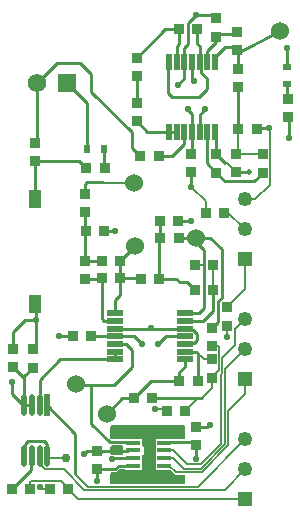
<source format=gbr>
%TF.GenerationSoftware,KiCad,Pcbnew,7.0.7*%
%TF.CreationDate,2023-10-04T23:23:25-04:00*%
%TF.ProjectId,AcousticsSingleChannel,41636f75-7374-4696-9373-53696e676c65,rev?*%
%TF.SameCoordinates,Original*%
%TF.FileFunction,Copper,L1,Top*%
%TF.FilePolarity,Positive*%
%FSLAX46Y46*%
G04 Gerber Fmt 4.6, Leading zero omitted, Abs format (unit mm)*
G04 Created by KiCad (PCBNEW 7.0.7) date 2023-10-04 23:23:25*
%MOMM*%
%LPD*%
G01*
G04 APERTURE LIST*
G04 Aperture macros list*
%AMRoundRect*
0 Rectangle with rounded corners*
0 $1 Rounding radius*
0 $2 $3 $4 $5 $6 $7 $8 $9 X,Y pos of 4 corners*
0 Add a 4 corners polygon primitive as box body*
4,1,4,$2,$3,$4,$5,$6,$7,$8,$9,$2,$3,0*
0 Add four circle primitives for the rounded corners*
1,1,$1+$1,$2,$3*
1,1,$1+$1,$4,$5*
1,1,$1+$1,$6,$7*
1,1,$1+$1,$8,$9*
0 Add four rect primitives between the rounded corners*
20,1,$1+$1,$2,$3,$4,$5,0*
20,1,$1+$1,$4,$5,$6,$7,0*
20,1,$1+$1,$6,$7,$8,$9,0*
20,1,$1+$1,$8,$9,$2,$3,0*%
G04 Aperture macros list end*
%TA.AperFunction,SMDPad,CuDef*%
%ADD10RoundRect,0.049500X0.175500X0.650500X-0.175500X0.650500X-0.175500X-0.650500X0.175500X-0.650500X0*%
%TD*%
%TA.AperFunction,SMDPad,CuDef*%
%ADD11RoundRect,0.049500X0.650500X-0.175500X0.650500X0.175500X-0.650500X0.175500X-0.650500X-0.175500X0*%
%TD*%
%TA.AperFunction,SMDPad,CuDef*%
%ADD12R,0.850000X0.850000*%
%TD*%
%TA.AperFunction,ComponentPad*%
%ADD13C,1.524000*%
%TD*%
%TA.AperFunction,SMDPad,CuDef*%
%ADD14R,0.600000X0.800000*%
%TD*%
%TA.AperFunction,SMDPad,CuDef*%
%ADD15R,1.220000X0.400000*%
%TD*%
%TA.AperFunction,ComponentPad*%
%ADD16R,1.250000X1.250000*%
%TD*%
%TA.AperFunction,ComponentPad*%
%ADD17C,1.250000*%
%TD*%
%TA.AperFunction,SMDPad,CuDef*%
%ADD18R,1.100000X1.500000*%
%TD*%
%TA.AperFunction,SMDPad,CuDef*%
%ADD19R,0.494930X1.840420*%
%TD*%
%TA.AperFunction,SMDPad,CuDef*%
%ADD20RoundRect,0.247465X0.000000X0.672745X0.000000X-0.672745X0.000000X-0.672745X0.000000X0.672745X0*%
%TD*%
%TA.AperFunction,SMDPad,CuDef*%
%ADD21R,0.800000X0.600000*%
%TD*%
%TA.AperFunction,ComponentPad*%
%ADD22R,1.570000X1.570000*%
%TD*%
%TA.AperFunction,ComponentPad*%
%ADD23C,1.570000*%
%TD*%
%TA.AperFunction,ViaPad*%
%ADD24C,0.550000*%
%TD*%
%TA.AperFunction,ViaPad*%
%ADD25C,0.762000*%
%TD*%
%TA.AperFunction,ViaPad*%
%ADD26C,0.508000*%
%TD*%
%TA.AperFunction,Conductor*%
%ADD27C,0.127000*%
%TD*%
%TA.AperFunction,Conductor*%
%ADD28C,0.254000*%
%TD*%
G04 APERTURE END LIST*
D10*
%TO.P,U1,1,OUT_A*%
%TO.N,/BufferBiasAmp/BUF_OUT*%
X150077490Y-89603575D03*
%TO.P,U1,2,IN_A-*%
X150727490Y-89603575D03*
%TO.P,U1,3,IN_A+*%
%TO.N,Net-(U1A-IN_A+)*%
X151377490Y-89603575D03*
%TO.P,U1,4,V+*%
%TO.N,VCC*%
X152027490Y-89603575D03*
%TO.P,U1,5,IN_B+*%
%TO.N,AGND*%
X152677490Y-89603575D03*
%TO.P,U1,6,IN_B-*%
%TO.N,Net-(U1B-IN_B-)*%
X153327490Y-89603575D03*
%TO.P,U1,7,OUT_B*%
%TO.N,/Band Pass Filter/F1_Out*%
X153977490Y-89603575D03*
%TO.P,U1,8,OUT_C*%
%TO.N,/BufferBiasAmp/BBA_OUT*%
X153977490Y-83703575D03*
%TO.P,U1,9,IN_C-*%
%TO.N,Net-(U1C-IN_C-)*%
X153327490Y-83703575D03*
%TO.P,U1,10,IN_C+*%
%TO.N,/BufferBiasAmp/BBAmp_IN*%
X152677490Y-83703575D03*
%TO.P,U1,11,V-*%
%TO.N,GND*%
X152027490Y-83703575D03*
%TO.P,U1,12,IN_D+*%
%TO.N,AGND*%
X151377490Y-83703575D03*
%TO.P,U1,13,IN_D-*%
%TO.N,Net-(U1D-IN_D-)*%
X150727490Y-83703575D03*
%TO.P,U1,14,OUT_D*%
%TO.N,/BufferBiasAmp/BBAmp_IN*%
X150077490Y-83703575D03*
%TD*%
D11*
%TO.P,U2,1,OUT_A*%
%TO.N,/Band Pass Filter/F2_Out*%
X145486310Y-104943845D03*
%TO.P,U2,2,IN_A-*%
%TO.N,Net-(U2A-IN_A-)*%
X145486310Y-105593845D03*
%TO.P,U2,3,IN_A+*%
%TO.N,AGND*%
X145486310Y-106243845D03*
%TO.P,U2,4,V+*%
%TO.N,VCC*%
X145486310Y-106893845D03*
%TO.P,U2,5,IN_B+*%
%TO.N,/OutputAmplifier/Amp_Out*%
X145486310Y-107543845D03*
%TO.P,U2,6,IN_B-*%
%TO.N,/Sig_Out*%
X145486310Y-108193845D03*
%TO.P,U2,7,OUT_B*%
X145486310Y-108843845D03*
%TO.P,U2,8,OUT_C*%
%TO.N,/Band Pass Filter/BPF_OUT*%
X151386310Y-108843845D03*
%TO.P,U2,9,IN_C-*%
%TO.N,Net-(U2C-IN_C-)*%
X151386310Y-108193845D03*
%TO.P,U2,10,IN_C+*%
%TO.N,AGND*%
X151386310Y-107543845D03*
%TO.P,U2,11,V-*%
%TO.N,GND*%
X151386310Y-106893845D03*
%TO.P,U2,12,IN_D+*%
%TO.N,AGND*%
X151386310Y-106243845D03*
%TO.P,U2,13,IN_D-*%
%TO.N,Net-(U2D-IN_D-)*%
X151386310Y-105593845D03*
%TO.P,U2,14,OUT_D*%
%TO.N,/Band Pass Filter/F3_Out*%
X151386310Y-104943845D03*
%TD*%
D12*
%TO.P,R7,1,1*%
%TO.N,Net-(U2A-IN_A-)*%
X144410870Y-102000635D03*
%TO.P,R7,2,2*%
%TO.N,/Band Pass Filter/F2_Out*%
X145960870Y-102000635D03*
%TD*%
D13*
%TO.P,,7*%
%TO.N,/Band Pass Filter/F1_Out*%
X147104060Y-93902005D03*
%TD*%
D12*
%TO.P,C13,1,1*%
%TO.N,VCC*%
X136861850Y-107967815D03*
%TO.P,C13,2,2*%
%TO.N,GND*%
X136861850Y-109517815D03*
%TD*%
%TO.P,R5,1,1*%
%TO.N,/BufferBiasAmp/BBA_IN*%
X138763400Y-90530635D03*
%TO.P,R5,2,2*%
%TO.N,Net-(R21-Pad2)*%
X138763400Y-92080635D03*
%TD*%
%TO.P,R13,1,1*%
%TO.N,Net-(U2C-IN_C-)*%
X152494670Y-110704375D03*
%TO.P,R13,2,2*%
%TO.N,/Band Pass Filter/BPF_OUT*%
X150944670Y-110704375D03*
%TD*%
D14*
%TO.P,D2,1,C*%
%TO.N,GND*%
X143143250Y-91021295D03*
%TO.P,D2,2,A*%
%TO.N,Net-(D2-A)*%
X144593250Y-91021295D03*
%TD*%
D12*
%TO.P,R15,1,1*%
%TO.N,/Band Pass Filter/F3_Out*%
X153708060Y-106195005D03*
%TO.P,R15,2,2*%
%TO.N,/Band Pass Filter/F4_In*%
X153708060Y-107745005D03*
%TD*%
%TO.P,C17,1,1*%
%TO.N,GND*%
X141946670Y-106890185D03*
%TO.P,C17,2,2*%
%TO.N,VCC*%
X143496670Y-106890185D03*
%TD*%
%TO.P,R21,1,1*%
%TO.N,Net-(D2-A)*%
X144628910Y-92670045D03*
%TO.P,R21,2,2*%
%TO.N,Net-(R21-Pad2)*%
X143078910Y-92670045D03*
%TD*%
%TO.P,C2,1,1*%
%TO.N,/BufferBiasAmp/BBA_IN*%
X147640580Y-91676535D03*
%TO.P,C2,2,2*%
%TO.N,Net-(U1A-IN_A+)*%
X149190580Y-91676535D03*
%TD*%
%TO.P,R10,1,1*%
%TO.N,AGND*%
X157494670Y-89317815D03*
%TO.P,R10,2,2*%
%TO.N,/Band Pass Filter/F1_In*%
X155944670Y-89317815D03*
%TD*%
D15*
%TO.P,U3,1,OUT*%
%TO.N,/OutputAmplifier/Amp_Out*%
X147064060Y-115914005D03*
%TO.P,U3,2,AGND*%
%TO.N,AGND*%
X147064060Y-116564005D03*
%TO.P,U3,3,IN*%
%TO.N,/Band Pass Filter/BPF_OUT*%
X147064060Y-117214005D03*
%TO.P,U3,4,V-*%
%TO.N,GND*%
X147064060Y-117864005D03*
%TO.P,U3,5,G0*%
%TO.N,/OutputAmplifier/G0_out*%
X149684060Y-117864005D03*
%TO.P,U3,6,G1*%
%TO.N,/OutputAmplifier/G1_out*%
X149684060Y-117214005D03*
%TO.P,U3,7,G2*%
%TO.N,/OutputAmplifier/G2_out*%
X149684060Y-116564005D03*
%TO.P,U3,8,V+*%
%TO.N,VCC*%
X149684060Y-115914005D03*
%TD*%
D12*
%TO.P,C18,1,1*%
%TO.N,VCC*%
X138549900Y-108012515D03*
%TO.P,C18,2,2*%
%TO.N,GND*%
X138549900Y-109562515D03*
%TD*%
%TO.P,C8,1,1*%
%TO.N,/Band Pass Filter/F4_In*%
X148633440Y-112158055D03*
%TO.P,C8,2,2*%
%TO.N,/Band Pass Filter/BPF_OUT*%
X147083440Y-112158055D03*
%TD*%
%TO.P,C1,1,1*%
%TO.N,/BufferBiasAmp/BIAS_IN*%
X147321410Y-87141055D03*
%TO.P,C1,2,2*%
%TO.N,/BufferBiasAmp/BUF_OUT*%
X147321410Y-88691055D03*
%TD*%
%TO.P,R17,1,1*%
%TO.N,AGND*%
X149898060Y-113206005D03*
%TO.P,R17,2,2*%
%TO.N,/Band Pass Filter/F4_In*%
X151448060Y-113206005D03*
%TD*%
%TO.P,R26,1,1*%
%TO.N,Net-(J2-Pad1)*%
X138341060Y-119810005D03*
%TO.P,R26,2,2*%
%TO.N,Net-(U4-ADC_DOUT)*%
X136791060Y-119810005D03*
%TD*%
D16*
%TO.P,J3,1,1*%
%TO.N,GND*%
X156497060Y-100379005D03*
D17*
%TO.P,J3,2,2*%
%TO.N,VCC*%
X156497060Y-97839005D03*
%TO.P,J3,3,3*%
%TO.N,AGND*%
X156497060Y-95299005D03*
%TD*%
D12*
%TO.P,R27,1,1*%
%TO.N,GND*%
X139966060Y-119810005D03*
%TO.P,R27,2,2*%
%TO.N,Net-(J2-Pad1)*%
X141516060Y-119810005D03*
%TD*%
%TO.P,R3,1,1*%
%TO.N,AGND*%
X154047310Y-79978095D03*
%TO.P,R3,2,2*%
%TO.N,Net-(U1C-IN_C-)*%
X154047310Y-81528095D03*
%TD*%
D18*
%TO.P,SW2,1,1*%
%TO.N,Net-(R21-Pad2)*%
X138763400Y-95253425D03*
%TO.P,SW2,2,2*%
%TO.N,VCC*%
X138763400Y-104153435D03*
%TD*%
D13*
%TO.P,,7*%
%TO.N,/BufferBiasAmp/BBA_OUT*%
X159495850Y-81065985D03*
%TD*%
D12*
%TO.P,R25,1,1*%
%TO.N,Net-(D1-A)*%
X160108210Y-86769675D03*
%TO.P,R25,2,2*%
%TO.N,VCC*%
X160108210Y-88319675D03*
%TD*%
%TO.P,C6,1,1*%
%TO.N,/Band Pass Filter/F2_In*%
X142991540Y-100485005D03*
%TO.P,C6,2,2*%
%TO.N,Net-(U2A-IN_A-)*%
X142991540Y-102035005D03*
%TD*%
D13*
%TO.P,,7*%
%TO.N,/Band Pass Filter/F2_Out*%
X147193130Y-99264135D03*
%TD*%
D12*
%TO.P,C11,1,1*%
%TO.N,AGND*%
X143942690Y-116629235D03*
%TO.P,C11,2,2*%
%TO.N,GND*%
X143942690Y-118179235D03*
%TD*%
%TO.P,R12,1,1*%
%TO.N,Net-(U2D-IN_D-)*%
X153835060Y-100887005D03*
%TO.P,R12,2,2*%
%TO.N,/Band Pass Filter/F3_Out*%
X152285060Y-100887005D03*
%TD*%
D13*
%TO.P,,7*%
%TO.N,/OutputAmplifier/Amp_Out*%
X142198850Y-110921425D03*
%TD*%
D12*
%TO.P,R2,1,1*%
%TO.N,Net-(U1D-IN_D-)*%
X150921650Y-80924615D03*
%TO.P,R2,2,2*%
%TO.N,/BufferBiasAmp/BBAmp_IN*%
X152471650Y-80924615D03*
%TD*%
%TO.P,R11,1,1*%
%TO.N,AGND*%
X144578190Y-97988195D03*
%TO.P,R11,2,2*%
%TO.N,/Band Pass Filter/F2_In*%
X143028190Y-97988195D03*
%TD*%
%TO.P,R6,1,1*%
%TO.N,Net-(U1B-IN_B-)*%
X154087290Y-93036605D03*
%TO.P,R6,2,2*%
%TO.N,/Band Pass Filter/F1_Out*%
X154087290Y-91486605D03*
%TD*%
%TO.P,C7,1,1*%
%TO.N,/Band Pass Filter/F3_In*%
X149341340Y-98610085D03*
%TO.P,C7,2,2*%
%TO.N,/Band Pass Filter/F3_Out*%
X150891340Y-98610085D03*
%TD*%
%TO.P,R4,1,1*%
%TO.N,/BufferBiasAmp/BIAS_IN*%
X147339090Y-84856075D03*
%TO.P,R4,2,2*%
%TO.N,Net-(U1D-IN_D-)*%
X147339090Y-83306075D03*
%TD*%
%TO.P,R14,1,1*%
%TO.N,/Band Pass Filter/F2_Out*%
X147694940Y-102013725D03*
%TO.P,R14,2,2*%
%TO.N,/Band Pass Filter/F3_In*%
X149244940Y-102013725D03*
%TD*%
%TO.P,C16,2,2*%
%TO.N,VCC*%
X151935160Y-91461515D03*
%TO.P,C16,1,1*%
%TO.N,GND*%
X151935160Y-93011515D03*
%TD*%
D13*
%TO.P,,7*%
%TO.N,/Band Pass Filter/BPF_OUT*%
X144809960Y-113461855D03*
%TD*%
D16*
%TO.P,J1,1,1*%
%TO.N,/OutputAmplifier/G0_out*%
X156497060Y-110539005D03*
D17*
%TO.P,J1,2,2*%
%TO.N,/OutputAmplifier/G1_out*%
X156497060Y-107999005D03*
%TO.P,J1,3,3*%
%TO.N,/OutputAmplifier/G2_out*%
X156497060Y-105459005D03*
%TD*%
D12*
%TO.P,R16,1,1*%
%TO.N,AGND*%
X150871210Y-97114215D03*
%TO.P,R16,2,2*%
%TO.N,/Band Pass Filter/F3_In*%
X149321210Y-97114215D03*
%TD*%
%TO.P,R1,1,1*%
%TO.N,Net-(U1C-IN_C-)*%
X155815290Y-81133515D03*
%TO.P,R1,2,2*%
%TO.N,/BufferBiasAmp/BBA_OUT*%
X155815290Y-82683515D03*
%TD*%
%TO.P,C10,1,1*%
%TO.N,/Band Pass Filter/F4_In*%
X153708060Y-110412005D03*
%TO.P,C10,2,2*%
%TO.N,Net-(U2C-IN_C-)*%
X153708060Y-108862005D03*
%TD*%
%TO.P,R8,1,1*%
%TO.N,/BufferBiasAmp/BBA_OUT*%
X155898990Y-84263195D03*
%TO.P,R8,2,2*%
%TO.N,/Band Pass Filter/F1_In*%
X155898990Y-85813195D03*
%TD*%
%TO.P,C15,1,1*%
%TO.N,GND*%
X154978060Y-104443005D03*
%TO.P,C15,2,2*%
%TO.N,VCC*%
X154978060Y-105993005D03*
%TD*%
D16*
%TO.P,J2,1,1*%
%TO.N,Net-(J2-Pad1)*%
X156502060Y-120699005D03*
D17*
%TO.P,J2,2,2*%
%TO.N,Net-(U4-CLK)*%
X156502060Y-118159005D03*
%TO.P,J2,3,3*%
%TO.N,Net-(U4-~{CS})*%
X156502060Y-115619005D03*
%TD*%
D12*
%TO.P,C3,1,1*%
%TO.N,/Band Pass Filter/F1_In*%
X155740060Y-91463005D03*
%TO.P,C3,2,2*%
%TO.N,/Band Pass Filter/F1_Out*%
X155740060Y-93013005D03*
%TD*%
%TO.P,C12,1,1*%
%TO.N,GND*%
X152381510Y-114578945D03*
%TO.P,C12,2,2*%
%TO.N,VCC*%
X152381510Y-116128945D03*
%TD*%
%TO.P,C14,1,1*%
%TO.N,GND*%
X153174060Y-96442005D03*
%TO.P,C14,2,2*%
%TO.N,VCC*%
X154724060Y-96442005D03*
%TD*%
D19*
%TO.P,U4,1,~{CS}*%
%TO.N,Net-(U4-~{CS})*%
X139759800Y-112741965D03*
D20*
%TO.P,U4,2,+IN*%
%TO.N,/Sig_Out*%
X139109800Y-112741965D03*
%TO.P,U4,3,-IN*%
%TO.N,GND*%
X138459800Y-112741965D03*
%TO.P,U4,4,GND*%
X137809800Y-112741965D03*
%TO.P,U4,5,VREF*%
%TO.N,VCC*%
X137809800Y-117061665D03*
%TO.P,U4,6,ADC_DOUT*%
%TO.N,Net-(U4-ADC_DOUT)*%
X138459800Y-117061665D03*
%TO.P,U4,7,CLK*%
%TO.N,Net-(U4-CLK)*%
X139109800Y-117061665D03*
%TO.P,U4,8,VCC*%
%TO.N,VCC*%
X139759800Y-117061665D03*
%TD*%
D21*
%TO.P,D1,1,A*%
%TO.N,Net-(D1-A)*%
X160059220Y-85526345D03*
%TO.P,D1,2,K*%
%TO.N,GND*%
X160059220Y-84076345D03*
%TD*%
D12*
%TO.P,C5,1,1*%
%TO.N,/Band Pass Filter/F1_In*%
X158011820Y-91486605D03*
%TO.P,C5,2,2*%
%TO.N,Net-(U1B-IN_B-)*%
X158011820Y-93036605D03*
%TD*%
D22*
%TO.P,J8,1,1*%
%TO.N,GND*%
X141424670Y-85460765D03*
D23*
%TO.P,J8,2,2*%
%TO.N,/BufferBiasAmp/BBA_IN*%
X138884670Y-85460765D03*
%TD*%
D12*
%TO.P,C9,1,1*%
%TO.N,/Band Pass Filter/F3_In*%
X152257210Y-102999515D03*
%TO.P,C9,2,2*%
%TO.N,Net-(U2D-IN_D-)*%
X153807210Y-102999515D03*
%TD*%
%TO.P,C4,1,1*%
%TO.N,/Band Pass Filter/F2_In*%
X144400800Y-100492295D03*
%TO.P,C4,2,2*%
%TO.N,/Band Pass Filter/F2_Out*%
X145950800Y-100492295D03*
%TD*%
D13*
%TO.P,,7*%
%TO.N,/Band Pass Filter/F3_Out*%
X152396430Y-98598235D03*
%TD*%
D12*
%TO.P,R9,1,1*%
%TO.N,/Band Pass Filter/F1_Out*%
X142976990Y-94825455D03*
%TO.P,R9,2,2*%
%TO.N,/Band Pass Filter/F2_In*%
X142976990Y-96375455D03*
%TD*%
D24*
%TO.N,VCC*%
X138767240Y-105543095D03*
X160193940Y-90128805D03*
D25*
X141389060Y-117164605D03*
D24*
X154978060Y-106983005D03*
X151644030Y-87656185D03*
X147801310Y-107528845D03*
X152364830Y-117284755D03*
%TO.N,GND*%
X139167562Y-119683005D03*
X149122260Y-107552225D03*
X151944900Y-94238165D03*
X136817060Y-110793005D03*
X152163480Y-85307565D03*
X153525920Y-114393665D03*
X140754060Y-106881405D03*
X160046970Y-82498885D03*
X143949930Y-119125595D03*
D26*
%TO.N,AGND*%
X149557140Y-114758175D03*
D24*
X152335320Y-79738225D03*
X150826680Y-85621885D03*
D26*
X150764750Y-114783685D03*
X150418210Y-119157205D03*
D24*
X153133430Y-87638015D03*
X148585470Y-106241905D03*
D26*
X147541970Y-119149485D03*
X149051900Y-119185215D03*
D24*
X145455910Y-97988195D03*
X142865160Y-116835605D03*
D26*
X148116120Y-114840215D03*
X145497310Y-114958245D03*
X145951630Y-119158415D03*
D24*
X148882060Y-113079005D03*
X151931090Y-97107595D03*
X158568490Y-89270005D03*
D26*
%TO.N,/Band Pass Filter/F1_Out*%
X156883060Y-93013005D03*
D24*
%TO.N,/Band Pass Filter/BPF_OUT*%
X145217250Y-117332995D03*
%TD*%
D27*
%TO.N,/OutputAmplifier/G0_out*%
X150094060Y-117864005D02*
X149684060Y-117864005D01*
X152836287Y-118413005D02*
X150643060Y-118413005D01*
X156497060Y-111814005D02*
X155105060Y-113206005D01*
X156497060Y-110539005D02*
X156497060Y-111814005D01*
X155105060Y-113206005D02*
X155105060Y-116144232D01*
X155105060Y-116144232D02*
X152836287Y-118413005D01*
X150643060Y-118413005D02*
X150094060Y-117864005D01*
%TO.N,/OutputAmplifier/G1_out*%
X150421060Y-117214005D02*
X149684060Y-117214005D01*
X151315260Y-118108205D02*
X150421060Y-117214005D01*
X152781877Y-118108205D02*
X151315260Y-118108205D01*
X154851060Y-109645005D02*
X154851060Y-116039022D01*
X156497060Y-107999005D02*
X154851060Y-109645005D01*
X154851060Y-116039022D02*
X152781877Y-118108205D01*
D28*
%TO.N,VCC*%
X149584100Y-115889745D02*
X152142300Y-115889745D01*
X143500330Y-106893845D02*
X145486310Y-106893845D01*
X151644030Y-87736275D02*
X151644030Y-87656185D01*
X139447920Y-115771405D02*
X139722220Y-116045705D01*
X152027490Y-89603575D02*
X152027490Y-88119735D01*
X145486310Y-106893845D02*
X147125330Y-106893845D01*
D27*
X154724060Y-96442005D02*
X155100060Y-96442005D01*
D28*
X152364830Y-117284755D02*
X152364830Y-116145625D01*
D27*
X139862740Y-117164605D02*
X139759800Y-117061665D01*
D28*
X147125330Y-106893845D02*
X147780820Y-107549335D01*
X138121670Y-115771405D02*
X139447920Y-115771405D01*
X137847370Y-116045705D02*
X138121670Y-115771405D01*
X152027490Y-91369195D02*
X152027490Y-89603575D01*
X137847370Y-117024085D02*
X137847370Y-116045705D01*
D27*
X141389060Y-117164605D02*
X139862740Y-117164605D01*
D28*
X136884200Y-106518795D02*
X137859900Y-105543095D01*
X138767240Y-105543095D02*
X138767240Y-104772475D01*
D27*
X155100060Y-96442005D02*
X156497060Y-97839005D01*
D28*
X151644030Y-87736275D02*
X152027490Y-88119735D01*
X137859900Y-105543095D02*
X138767240Y-105543095D01*
X160193940Y-90128805D02*
X160193940Y-88442045D01*
X139722220Y-116045705D02*
X139722220Y-117024085D01*
X136884200Y-107971435D02*
X136884200Y-106518795D01*
D27*
X154978060Y-105993005D02*
X154978060Y-106983005D01*
D28*
X138767240Y-107771025D02*
X138767240Y-105543095D01*
%TO.N,GND*%
X140752970Y-106886465D02*
X141942960Y-106886465D01*
X152027490Y-85064945D02*
X152027490Y-83703575D01*
X145476180Y-118164735D02*
X145795950Y-117844975D01*
D27*
X153174060Y-95467325D02*
X151944900Y-94238165D01*
D28*
X143892070Y-118164735D02*
X145476180Y-118164735D01*
X137618800Y-112628555D02*
X137691240Y-112700985D01*
X152382570Y-114580005D02*
X153259480Y-114580005D01*
X153445820Y-114393665D02*
X153525920Y-114393665D01*
D27*
X156497060Y-100379005D02*
X156497060Y-102924005D01*
D28*
X151935160Y-94228435D02*
X151944900Y-94238165D01*
D27*
X156497060Y-102924005D02*
X154978060Y-104443005D01*
D28*
X153259480Y-114580005D02*
X153445820Y-114393665D01*
X152027490Y-85064945D02*
X152163480Y-85200935D01*
X136817060Y-110793005D02*
X136817060Y-111825725D01*
X149167420Y-107552225D02*
X149825800Y-106893845D01*
X137809800Y-112714335D02*
X137809800Y-110465765D01*
X160046970Y-84047425D02*
X160046970Y-82498885D01*
X137809800Y-110465765D02*
X137809800Y-110302625D01*
X151935160Y-94228435D02*
X151935160Y-93313965D01*
X137809800Y-112741965D02*
X138459800Y-112741965D01*
X137809800Y-110302625D02*
X138549900Y-109562515D01*
X141424670Y-85460765D02*
X143143250Y-87179345D01*
X145795950Y-117844975D02*
X147156690Y-117844975D01*
D27*
X153174060Y-96442005D02*
X153174060Y-95467325D01*
D28*
X136817060Y-111825725D02*
X137585910Y-112594575D01*
X143143250Y-91021295D02*
X143143250Y-87179345D01*
X152163480Y-85240985D02*
X152163480Y-85200935D01*
X149122260Y-107552225D02*
X149167420Y-107552225D01*
X137585910Y-112594575D02*
X137618800Y-112628555D01*
D27*
X139294562Y-119810005D02*
X139167562Y-119683005D01*
D28*
X149825800Y-106893845D02*
X151386310Y-106893845D01*
X143949930Y-119125595D02*
X143949930Y-118222605D01*
X136861850Y-109517815D02*
X137809800Y-110465765D01*
D27*
X139966060Y-119810005D02*
X139294562Y-119810005D01*
%TO.N,AGND*%
X156497060Y-95299005D02*
X157380943Y-95299005D01*
D28*
X151377490Y-83703575D02*
X151377490Y-82472675D01*
X152180090Y-107445845D02*
X152416430Y-107209505D01*
X151377490Y-85065355D02*
X151377490Y-83703575D01*
X151696650Y-80376895D02*
X152335320Y-79738225D01*
X152335320Y-79738225D02*
X154150520Y-79738225D01*
X153133430Y-87685235D02*
X153133430Y-87638015D01*
X152416430Y-107209505D02*
X152416430Y-106668755D01*
X150826680Y-85616165D02*
X151377490Y-85065355D01*
X148586430Y-106242875D02*
X151385340Y-106242875D01*
D27*
X158627320Y-94052628D02*
X158627320Y-89328835D01*
D28*
X142865160Y-116835605D02*
X142902030Y-116835605D01*
X151377490Y-82472675D02*
X151696650Y-82153505D01*
X143150690Y-116586955D02*
X144085950Y-116586955D01*
X144383950Y-116614745D02*
X146603360Y-116614745D01*
X144085950Y-116586955D02*
X144280060Y-116781055D01*
X152693180Y-89587895D02*
X152693180Y-88125485D01*
X142902030Y-116835605D02*
X143150690Y-116586955D01*
X150877840Y-97107595D02*
X151931090Y-97107595D01*
X148585470Y-106241905D02*
X148586430Y-106242875D01*
D27*
X149771060Y-113079005D02*
X149898060Y-113206005D01*
X148882060Y-113079005D02*
X149771060Y-113079005D01*
D28*
X150826680Y-85621885D02*
X150826680Y-85616165D01*
X157542480Y-89270005D02*
X158568490Y-89270005D01*
X144578190Y-97988195D02*
X145455910Y-97988195D01*
X151484310Y-107445845D02*
X152180090Y-107445845D01*
D27*
X158627320Y-89328835D02*
X158568490Y-89270005D01*
D28*
X145487270Y-106242875D02*
X148584500Y-106242875D01*
X151484310Y-106341845D02*
X152089520Y-106341845D01*
D27*
X157380943Y-95299005D02*
X158627320Y-94052628D01*
D28*
X151696650Y-82153505D02*
X151696650Y-80376895D01*
X148584500Y-106242875D02*
X148585470Y-106241905D01*
X152693180Y-88125485D02*
X153133430Y-87685235D01*
X152089520Y-106341845D02*
X152416430Y-106668755D01*
%TO.N,Net-(D1-A)*%
X160100450Y-86798565D02*
X160100450Y-85670885D01*
D27*
%TO.N,Net-(J2-Pad1)*%
X138404560Y-119194505D02*
X140900560Y-119194505D01*
X142405060Y-120699005D02*
X141516060Y-119810005D01*
X156502060Y-120699005D02*
X142405060Y-120699005D01*
X140900560Y-119194505D02*
X141516060Y-119810005D01*
X138341060Y-119258005D02*
X138404560Y-119194505D01*
X138341060Y-119810005D02*
X138341060Y-119258005D01*
D28*
%TO.N,Net-(U4-ADC_DOUT)*%
X138351340Y-118249725D02*
X136791060Y-119810005D01*
X138413700Y-118249725D02*
X138351340Y-118249725D01*
X138413700Y-118249725D02*
X138413700Y-117107755D01*
%TO.N,/Band Pass Filter/F2_Out*%
X145898540Y-103446645D02*
X145898540Y-102062955D01*
X145960860Y-102000635D02*
X145960860Y-100502355D01*
X145956640Y-100486445D02*
X147193130Y-99264135D01*
X145486310Y-103858885D02*
X145898540Y-103446645D01*
X145960860Y-102000635D02*
X147681840Y-102000635D01*
X145486310Y-104943845D02*
X145486310Y-103858885D01*
%TO.N,Net-(U2A-IN_A-)*%
X144559660Y-105593845D02*
X145486310Y-105593845D01*
X144410870Y-105445055D02*
X144559660Y-105593845D01*
X144410870Y-105445055D02*
X144410870Y-102000635D01*
X142991540Y-102035005D02*
X144376490Y-102035005D01*
%TO.N,/Sig_Out*%
X139109800Y-112741965D02*
X139109800Y-110569035D01*
X140834990Y-108843845D02*
X145486310Y-108843845D01*
X139109800Y-110569035D02*
X140834990Y-108843845D01*
X145486310Y-108843845D02*
X145486310Y-108193845D01*
%TO.N,/Band Pass Filter/F3_Out*%
X152396430Y-98941895D02*
X153012300Y-99557755D01*
X154216060Y-103948665D02*
X154216060Y-105687005D01*
X154527060Y-99547005D02*
X154527060Y-103637665D01*
X153012300Y-100887005D02*
X153012300Y-100734295D01*
X152616430Y-104943845D02*
X153012300Y-104547975D01*
X153578290Y-98598235D02*
X154527060Y-99547005D01*
X154527060Y-103637665D02*
X154216060Y-103948665D01*
X154216060Y-105687005D02*
X153708060Y-106195005D01*
X153012300Y-100734295D02*
X153012300Y-99557755D01*
X152396430Y-98598235D02*
X153578290Y-98598235D01*
X151386310Y-104943845D02*
X152616430Y-104943845D01*
D27*
X152285060Y-100887005D02*
X153012300Y-100887005D01*
D28*
X150903190Y-98598235D02*
X152396430Y-98598235D01*
X153012300Y-104547975D02*
X153012300Y-100887005D01*
%TO.N,Net-(U2D-IN_D-)*%
X151386310Y-105593845D02*
X152960900Y-105593845D01*
D27*
X153835060Y-100887005D02*
X153835060Y-102971665D01*
D28*
X153807210Y-104747535D02*
X153807210Y-102999515D01*
X152960900Y-105593845D02*
X153807210Y-104747535D01*
D27*
X153835060Y-102971665D02*
X153807210Y-102999515D01*
%TO.N,Net-(U2C-IN_C-)*%
X153014040Y-108862005D02*
X152345880Y-108193845D01*
D28*
X151386310Y-108193845D02*
X152345880Y-108193845D01*
X152345880Y-108193845D02*
X152494670Y-108342635D01*
X152494670Y-110704375D02*
X152494670Y-108342635D01*
D27*
X153708060Y-108862005D02*
X153014040Y-108862005D01*
D28*
%TO.N,/BufferBiasAmp/BBA_OUT*%
X155976550Y-82844775D02*
X159495850Y-81065985D01*
X154792780Y-82413285D02*
X155880450Y-82413285D01*
X153977490Y-83228575D02*
X154792780Y-82413285D01*
X155898990Y-84263195D02*
X155898990Y-82767215D01*
D27*
%TO.N,/Band Pass Filter/F1_In*%
X155944670Y-89317815D02*
X155944670Y-91258395D01*
X155944670Y-91258395D02*
X155740060Y-91463005D01*
X155740060Y-91463005D02*
X157988220Y-91463005D01*
D28*
X155898990Y-89272135D02*
X155898990Y-85813195D01*
D27*
X157988220Y-91463005D02*
X158011820Y-91486605D01*
%TO.N,/Band Pass Filter/F1_Out*%
X155740060Y-93013005D02*
X154979350Y-92252295D01*
D28*
X142976990Y-94825455D02*
X142976990Y-94026895D01*
X156786360Y-93009375D02*
X156134130Y-93009375D01*
X154087290Y-91486605D02*
X154852980Y-92252295D01*
X156883060Y-93013005D02*
X156786360Y-93009375D01*
D27*
X144440090Y-93878105D02*
X144463990Y-93902005D01*
D28*
X153977490Y-90078575D02*
X154087290Y-90188385D01*
X154087290Y-91486605D02*
X154087290Y-90188385D01*
X142976990Y-94026895D02*
X143125780Y-93878105D01*
D27*
X154979350Y-92252295D02*
X154852980Y-92252295D01*
X144463990Y-93902005D02*
X147104060Y-93902005D01*
D28*
X156782730Y-93009375D02*
X156779100Y-93009375D01*
X143125780Y-93878105D02*
X144310060Y-93878105D01*
X156779100Y-93009375D02*
X156883060Y-93013005D01*
X144310060Y-93878105D02*
X144440090Y-93878105D01*
%TO.N,/Band Pass Filter/F2_In*%
X142976990Y-97936995D02*
X142976990Y-96375455D01*
X142991540Y-100485005D02*
X144393510Y-100485005D01*
X142991540Y-100485005D02*
X142991540Y-98024855D01*
%TO.N,Net-(U1B-IN_B-)*%
X153291950Y-92241255D02*
X153291950Y-89639125D01*
X154087290Y-93036605D02*
X154808720Y-93758035D01*
X157290390Y-93758035D02*
X158011820Y-93036605D01*
X154808720Y-93758035D02*
X157290390Y-93758035D01*
X153291950Y-92241255D02*
X154087290Y-93036605D01*
%TO.N,/Band Pass Filter/F3_In*%
X150645520Y-102013725D02*
X150974100Y-102342305D01*
X151600000Y-102342305D02*
X152257210Y-102999515D01*
X149244940Y-102013725D02*
X149244940Y-98706485D01*
X149341340Y-98610085D02*
X149341340Y-97134335D01*
X150974100Y-102342305D02*
X151600000Y-102342305D01*
X149244940Y-102013725D02*
X150645520Y-102013725D01*
D27*
%TO.N,/Band Pass Filter/F4_In*%
X152855980Y-112158055D02*
X153708060Y-111305975D01*
X154260060Y-107745005D02*
X154343060Y-107828005D01*
X153708060Y-111305975D02*
X153708060Y-110412005D01*
D28*
X152311060Y-112158055D02*
X148633440Y-112158055D01*
X152855980Y-112158055D02*
X152311060Y-112158055D01*
D27*
X154343060Y-109777005D02*
X153708060Y-110412005D01*
X151448060Y-113206005D02*
X152496010Y-112158055D01*
X153708060Y-107745005D02*
X154260060Y-107745005D01*
X152496010Y-112158055D02*
X152855980Y-112158055D01*
X154343060Y-107828005D02*
X154343060Y-109777005D01*
D28*
%TO.N,/OutputAmplifier/Amp_Out*%
X142305060Y-111027625D02*
X143459090Y-111027625D01*
X146951660Y-109523005D02*
X145447040Y-111027625D01*
X146951660Y-108049805D02*
X146951660Y-109523005D01*
X145486310Y-107543845D02*
X146445700Y-107543845D01*
X146445700Y-107543845D02*
X146951660Y-108049805D01*
X145447040Y-111027625D02*
X143459090Y-111027625D01*
X143459090Y-114310655D02*
X143459090Y-111027625D01*
X143459090Y-114310655D02*
X145038170Y-115889745D01*
X145038170Y-115889745D02*
X146964100Y-115889745D01*
%TO.N,/BufferBiasAmp/BUF_OUT*%
X148233940Y-89603575D02*
X150077490Y-89603575D01*
X147321410Y-88691055D02*
X148233940Y-89603575D01*
X150077490Y-89603575D02*
X150727490Y-89603575D01*
%TO.N,Net-(U1A-IN_A+)*%
X149190580Y-91676535D02*
X150305880Y-91676535D01*
X150305880Y-91676535D02*
X151377490Y-90604925D01*
X151377490Y-90604925D02*
X151377490Y-89603575D01*
%TO.N,/BufferBiasAmp/BBAmp_IN*%
X149999060Y-86276765D02*
X149999060Y-83782005D01*
X153248650Y-85997995D02*
X153248650Y-85058175D01*
X152775490Y-84585015D02*
X153248650Y-85058175D01*
X152677490Y-83703575D02*
X152677490Y-82328515D01*
X152627400Y-86619245D02*
X153248650Y-85997995D01*
X152471650Y-82122685D02*
X152677490Y-82328515D01*
X150341540Y-86619245D02*
X152627400Y-86619245D01*
X152775490Y-84585015D02*
X152775490Y-83801575D01*
X152471650Y-82122685D02*
X152471650Y-80924615D01*
X149999060Y-86276765D02*
X150341540Y-86619245D01*
%TO.N,Net-(U1D-IN_D-)*%
X147339090Y-83306075D02*
X149720560Y-80924615D01*
X149720560Y-80924615D02*
X150921660Y-80924615D01*
X150921660Y-82128515D02*
X150921660Y-80924615D01*
X150727490Y-82322685D02*
X150921660Y-82128515D01*
X150727490Y-83703575D02*
X150727490Y-82322685D01*
%TO.N,Net-(U1C-IN_C-)*%
X153327490Y-83703575D02*
X153327490Y-82721815D01*
X154153010Y-81285735D02*
X155508690Y-81285735D01*
X153327490Y-82721815D02*
X154033660Y-82015645D01*
X154033660Y-82015645D02*
X154033660Y-81405085D01*
X155508690Y-81285735D02*
X155880450Y-80913975D01*
%TO.N,/BufferBiasAmp/BIAS_IN*%
X147321410Y-87141055D02*
X147321410Y-84873755D01*
%TO.N,Net-(D2-A)*%
X144593250Y-92634385D02*
X144593250Y-91021295D01*
%TO.N,Net-(R21-Pad2)*%
X138763400Y-95253425D02*
X138763400Y-92080635D01*
X142489500Y-92080635D02*
X143078910Y-92670045D01*
X138763400Y-92080635D02*
X142489500Y-92080635D01*
%TO.N,/BufferBiasAmp/BBA_IN*%
X146902540Y-90938505D02*
X147640580Y-91676535D01*
X138884670Y-90409365D02*
X138884670Y-85460765D01*
X143453750Y-86184185D02*
X146902540Y-89632975D01*
X142539820Y-83752785D02*
X143453750Y-84666715D01*
X138884670Y-85460765D02*
X140592650Y-83752785D01*
X146902540Y-90938505D02*
X146902540Y-89632975D01*
X143453750Y-86184185D02*
X143453750Y-84666715D01*
X140592650Y-83752785D02*
X142539820Y-83752785D01*
%TO.N,/Band Pass Filter/BPF_OUT*%
X148537110Y-110704375D02*
X150944670Y-110704375D01*
X150944670Y-110704375D02*
X150944670Y-109917435D01*
X150944670Y-109917435D02*
X151386310Y-109475805D01*
X145435380Y-117194975D02*
X147060400Y-117194975D01*
X145217250Y-117332995D02*
X145297350Y-117332995D01*
X145297350Y-117332995D02*
X145435380Y-117194975D01*
X146113770Y-112158055D02*
X147083440Y-112158055D01*
X144809960Y-113461855D02*
X146113770Y-112158055D01*
X151386310Y-109475805D02*
X151386310Y-108843845D01*
X147083440Y-112158055D02*
X148537110Y-110704375D01*
D27*
%TO.N,/OutputAmplifier/G2_out*%
X154597060Y-110031005D02*
X154470060Y-110158005D01*
X152780617Y-117750255D02*
X151607310Y-117750255D01*
X155681560Y-106274505D02*
X155681560Y-107676505D01*
X156497060Y-105459005D02*
X155681560Y-106274505D01*
X154470060Y-110158005D02*
X154470060Y-116060812D01*
X150421060Y-116564005D02*
X149684060Y-116564005D01*
X151607310Y-117750255D02*
X150421060Y-116564005D01*
X154597060Y-108761005D02*
X154597060Y-110031005D01*
X154470060Y-116060812D02*
X152780617Y-117750255D01*
X155681560Y-107676505D02*
X154597060Y-108761005D01*
%TO.N,Net-(U4-CLK)*%
X156502060Y-118159005D02*
X154777350Y-119883715D01*
X142859770Y-119883715D02*
X141148430Y-118172375D01*
X139578389Y-118172375D02*
X139109800Y-117703786D01*
X141148430Y-118172375D02*
X139578389Y-118172375D01*
X139109800Y-117703786D02*
X139109800Y-117061665D01*
X154777350Y-119883715D02*
X142859770Y-119883715D01*
%TO.N,Net-(U4-~{CS})*%
X142151060Y-118540005D02*
X143240770Y-119629715D01*
D28*
X142151060Y-115133225D02*
X139759800Y-112741965D01*
D27*
X143240770Y-119629715D02*
X152491350Y-119629715D01*
D28*
X142151060Y-118540005D02*
X142151060Y-115133225D01*
D27*
X152491350Y-119629715D02*
X156502060Y-115619005D01*
%TD*%
%TA.AperFunction,Conductor*%
%TO.N,AGND*%
G36*
X151392139Y-114460080D02*
G01*
X151437894Y-114512884D01*
X151449100Y-114564395D01*
X151449100Y-115511245D01*
X151429415Y-115578284D01*
X151376611Y-115624039D01*
X151325100Y-115635245D01*
X150443295Y-115635245D01*
X150376256Y-115615560D01*
X150374403Y-115614346D01*
X150343809Y-115593903D01*
X150306619Y-115586505D01*
X150306618Y-115586505D01*
X149061502Y-115586505D01*
X149061501Y-115586505D01*
X149024310Y-115593903D01*
X148982137Y-115622082D01*
X148953958Y-115664255D01*
X148946560Y-115701446D01*
X148946560Y-116126563D01*
X148953958Y-116163753D01*
X148958206Y-116170110D01*
X148979086Y-116236787D01*
X148960603Y-116304168D01*
X148958210Y-116307892D01*
X148953958Y-116314254D01*
X148946560Y-116351446D01*
X148946560Y-116776563D01*
X148953958Y-116813754D01*
X148958208Y-116820114D01*
X148979086Y-116886792D01*
X148960601Y-116954172D01*
X148958208Y-116957896D01*
X148953958Y-116964255D01*
X148946560Y-117001446D01*
X148946560Y-117426563D01*
X148953958Y-117463753D01*
X148958206Y-117470110D01*
X148979086Y-117536787D01*
X148960603Y-117604168D01*
X148958210Y-117607892D01*
X148953958Y-117614254D01*
X148946560Y-117651446D01*
X148946560Y-118076563D01*
X148953958Y-118113754D01*
X148982137Y-118155927D01*
X149024310Y-118184106D01*
X149024312Y-118184107D01*
X149052265Y-118189667D01*
X149061501Y-118191505D01*
X149061502Y-118191505D01*
X150100083Y-118191505D01*
X150167122Y-118211190D01*
X150187764Y-118227824D01*
X150470158Y-118510218D01*
X150480493Y-118524781D01*
X150481181Y-118524233D01*
X150489890Y-118535154D01*
X150512864Y-118553475D01*
X150518052Y-118558112D01*
X150523220Y-118563280D01*
X150529413Y-118567171D01*
X150535080Y-118571192D01*
X150546259Y-118580107D01*
X150558055Y-118589515D01*
X150567971Y-118594289D01*
X150578354Y-118597923D01*
X150607551Y-118601212D01*
X150614412Y-118602377D01*
X150621539Y-118604005D01*
X150628852Y-118604005D01*
X150635790Y-118604394D01*
X150664995Y-118607685D01*
X150678877Y-118606121D01*
X150678975Y-118606996D01*
X150696580Y-118604005D01*
X151325100Y-118604005D01*
X151392139Y-118623690D01*
X151437894Y-118676494D01*
X151449100Y-118728005D01*
X151449100Y-119314715D01*
X151429415Y-119381754D01*
X151376611Y-119427509D01*
X151325100Y-119438715D01*
X145223100Y-119438715D01*
X145156061Y-119419030D01*
X145110306Y-119366226D01*
X145099100Y-119314715D01*
X145099100Y-118543235D01*
X145118785Y-118476196D01*
X145171589Y-118430441D01*
X145223100Y-118419235D01*
X145438898Y-118419235D01*
X145463090Y-118421617D01*
X145476176Y-118424221D01*
X145501245Y-118419235D01*
X145501247Y-118419235D01*
X145518953Y-118415712D01*
X145563509Y-118406850D01*
X145569604Y-118406250D01*
X145572550Y-118405357D01*
X145575536Y-118404609D01*
X145578176Y-118403027D01*
X145580891Y-118401575D01*
X145585625Y-118397690D01*
X145600515Y-118387741D01*
X145638411Y-118362421D01*
X145638411Y-118362420D01*
X145647142Y-118356587D01*
X145647149Y-118356580D01*
X145659664Y-118348219D01*
X145667073Y-118337128D01*
X145682496Y-118318336D01*
X145865047Y-118135792D01*
X145926371Y-118102308D01*
X145952727Y-118099475D01*
X146258138Y-118099475D01*
X146325177Y-118119160D01*
X146361239Y-118154583D01*
X146362136Y-118155926D01*
X146404310Y-118184106D01*
X146404312Y-118184107D01*
X146432265Y-118189667D01*
X146441501Y-118191505D01*
X146441502Y-118191505D01*
X147686619Y-118191505D01*
X147694017Y-118190033D01*
X147723808Y-118184107D01*
X147765982Y-118155927D01*
X147794162Y-118113753D01*
X147801560Y-118076563D01*
X147801560Y-117651447D01*
X147800733Y-117647292D01*
X147800088Y-117644048D01*
X147794162Y-117614257D01*
X147789913Y-117607899D01*
X147769033Y-117541224D01*
X147787515Y-117473843D01*
X147789914Y-117470110D01*
X147794162Y-117463753D01*
X147801560Y-117426563D01*
X147801560Y-117050574D01*
X147821245Y-116983535D01*
X147856677Y-116947467D01*
X147857184Y-116947127D01*
X147913323Y-116863108D01*
X147913324Y-116863108D01*
X147928059Y-116789025D01*
X147928059Y-116338990D01*
X147913322Y-116264898D01*
X147913321Y-116264895D01*
X147857183Y-116180880D01*
X147856668Y-116180536D01*
X147855798Y-116179495D01*
X147848548Y-116172245D01*
X147849196Y-116171596D01*
X147811864Y-116126923D01*
X147801560Y-116077435D01*
X147801560Y-115701446D01*
X147799722Y-115692210D01*
X147794162Y-115664257D01*
X147774777Y-115635245D01*
X147765982Y-115622082D01*
X147723809Y-115593903D01*
X147686619Y-115586505D01*
X147686618Y-115586505D01*
X146441502Y-115586505D01*
X146441501Y-115586505D01*
X146404310Y-115593903D01*
X146373717Y-115614346D01*
X146307040Y-115635225D01*
X146304825Y-115635245D01*
X145223100Y-115635245D01*
X145156061Y-115615560D01*
X145110306Y-115562756D01*
X145099100Y-115511245D01*
X145099100Y-114564395D01*
X145118785Y-114497356D01*
X145171589Y-114451601D01*
X145223100Y-114440395D01*
X151325100Y-114440395D01*
X151392139Y-114460080D01*
G37*
%TD.AperFunction*%
%TA.AperFunction,Conductor*%
G36*
X146154741Y-116163930D02*
G01*
X146200496Y-116216734D01*
X146210440Y-116285892D01*
X146209319Y-116292436D01*
X146200060Y-116338984D01*
X146200060Y-116789018D01*
X146200710Y-116792281D01*
X146200553Y-116794025D01*
X146200658Y-116795083D01*
X146200457Y-116795102D01*
X146194484Y-116861872D01*
X146151622Y-116917051D01*
X146085733Y-116940297D01*
X146079093Y-116940475D01*
X145472664Y-116940475D01*
X145448468Y-116938091D01*
X145435390Y-116935489D01*
X145435389Y-116935489D01*
X145435387Y-116935489D01*
X145414360Y-116939671D01*
X145414331Y-116939675D01*
X145388422Y-116944829D01*
X145344836Y-116945685D01*
X145280458Y-116935489D01*
X145217250Y-116925478D01*
X145217248Y-116925478D01*
X145207612Y-116923952D01*
X145208069Y-116921064D01*
X145156061Y-116905793D01*
X145110306Y-116852989D01*
X145099100Y-116801478D01*
X145099100Y-116268245D01*
X145118785Y-116201206D01*
X145171589Y-116155451D01*
X145223100Y-116144245D01*
X146087702Y-116144245D01*
X146154741Y-116163930D01*
G37*
%TD.AperFunction*%
%TD*%
M02*

</source>
